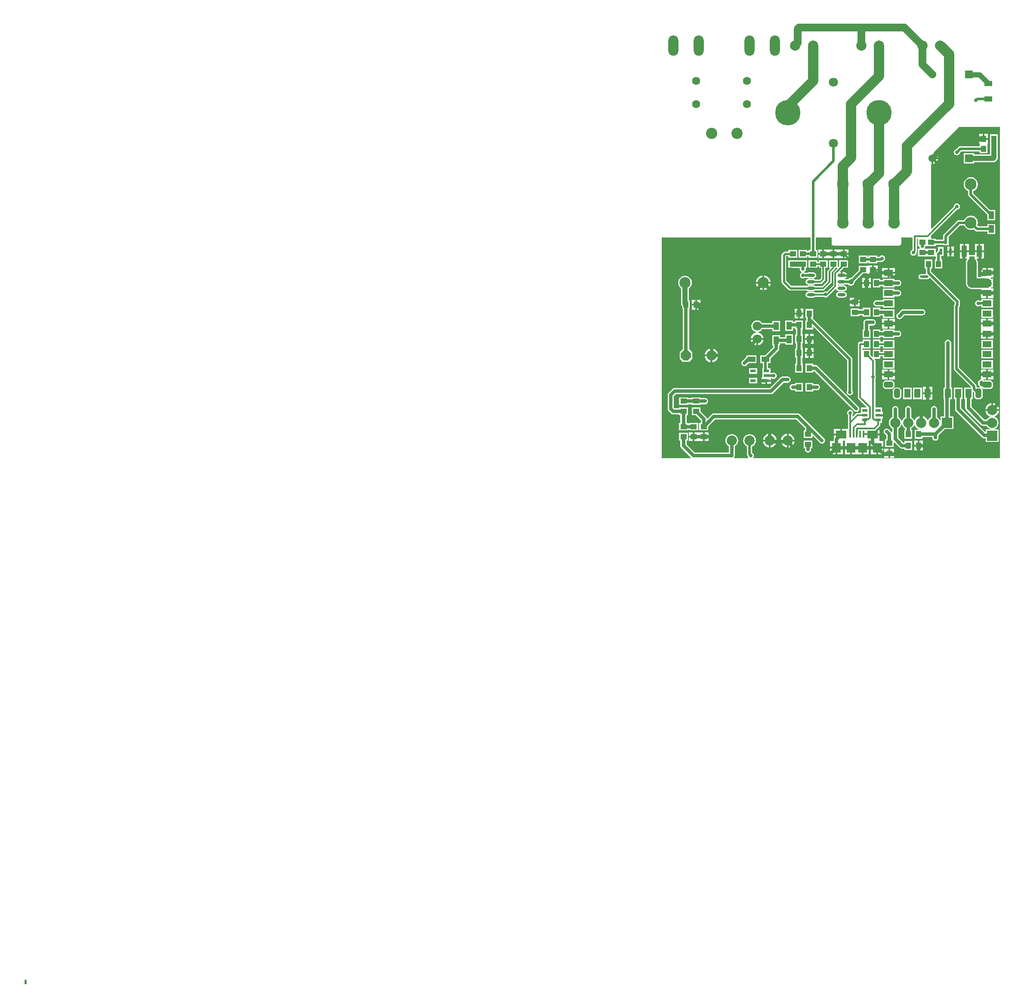
<source format=gtl>
G04 Layer_Physical_Order=1*
G04 Layer_Color=255*
%FSLAX25Y25*%
%MOIN*%
G70*
G01*
G75*
%ADD10R,0.03937X0.04921*%
%ADD11C,0.03937*%
%ADD12R,0.04921X0.03937*%
%ADD13R,0.03937X0.05905*%
%ADD14R,0.05905X0.03937*%
%ADD15R,0.04331X0.02362*%
%ADD16R,0.06890X0.07480*%
%ADD17R,0.07087X0.07480*%
%ADD18R,0.08268X0.06299*%
%ADD19R,0.01575X0.05512*%
%ADD20R,0.02362X0.05118*%
%ADD21O,0.06291X0.02362*%
%ADD22R,0.04134X0.08661*%
%ADD23R,0.03937X0.04134*%
%ADD24R,0.06299X0.03937*%
%ADD25R,0.07087X0.04724*%
G04:AMPARAMS|DCode=26|XSize=47.24mil|YSize=70.87mil|CornerRadius=0mil|HoleSize=0mil|Usage=FLASHONLY|Rotation=270.000|XOffset=0mil|YOffset=0mil|HoleType=Round|Shape=Octagon|*
%AMOCTAGOND26*
4,1,8,0.03543,0.01181,0.03543,-0.01181,0.02362,-0.02362,-0.02362,-0.02362,-0.03543,-0.01181,-0.03543,0.01181,-0.02362,0.02362,0.02362,0.02362,0.03543,0.01181,0.0*
%
%ADD26OCTAGOND26*%

G04:AMPARAMS|DCode=27|XSize=47.24mil|YSize=70.87mil|CornerRadius=0mil|HoleSize=0mil|Usage=FLASHONLY|Rotation=180.000|XOffset=0mil|YOffset=0mil|HoleType=Round|Shape=Octagon|*
%AMOCTAGOND27*
4,1,8,0.01181,-0.03543,-0.01181,-0.03543,-0.02362,-0.02362,-0.02362,0.02362,-0.01181,0.03543,0.01181,0.03543,0.02362,0.02362,0.02362,-0.02362,0.01181,-0.03543,0.0*
%
%ADD27OCTAGOND27*%

%ADD28R,0.04724X0.07087*%
%ADD29C,0.02756*%
%ADD30C,0.01378*%
%ADD31C,0.01968*%
%ADD32C,0.03937*%
%ADD33C,0.07874*%
%ADD34C,0.01575*%
%ADD35C,0.01181*%
%ADD36C,0.07283*%
%ADD37C,0.02028*%
%ADD38C,0.05905*%
%ADD39C,0.02559*%
%ADD40C,0.02362*%
%ADD41C,0.07874*%
%ADD42R,0.07874X0.07874*%
%ADD43R,0.07874X0.07874*%
%ADD44O,0.07874X0.15748*%
%ADD45R,0.06000X0.06000*%
%ADD46C,0.06000*%
%ADD47C,0.19685*%
%ADD48C,0.07087*%
%ADD49C,0.06299*%
%ADD50P,0.08523X8X22.5*%
%ADD51C,0.08661*%
%ADD52C,0.09055*%
%ADD53C,0.02756*%
G36*
X262776Y1003D02*
X72022D01*
X71754Y1503D01*
X72107Y2031D01*
X72290Y2953D01*
X72107Y3875D01*
X71585Y4656D01*
X70905Y5110D01*
Y10268D01*
X71380Y10465D01*
X72408Y11254D01*
X73196Y12282D01*
X73692Y13479D01*
X73861Y14764D01*
X73692Y16048D01*
X73196Y17246D01*
X72408Y18274D01*
X71380Y19062D01*
X70182Y19558D01*
X68898Y19727D01*
X67613Y19558D01*
X66416Y19062D01*
X65388Y18274D01*
X64599Y17246D01*
X64103Y16048D01*
X63934Y14764D01*
X64103Y13479D01*
X64599Y12282D01*
X65388Y11254D01*
X66416Y10465D01*
X66891Y10268D01*
Y3937D01*
X67043Y3169D01*
X67478Y2518D01*
X67580Y2416D01*
X67657Y2031D01*
X68009Y1503D01*
X67742Y1003D01*
X57258D01*
X56991Y1503D01*
X57343Y2031D01*
X57527Y2953D01*
Y10435D01*
X57600Y10465D01*
X58628Y11254D01*
X59417Y12282D01*
X59913Y13479D01*
X60082Y14764D01*
X59913Y16048D01*
X59417Y17246D01*
X58628Y18274D01*
X57600Y19062D01*
X56403Y19558D01*
X55118Y19727D01*
X53833Y19558D01*
X52636Y19062D01*
X51608Y18274D01*
X50819Y17246D01*
X50323Y16048D01*
X50154Y14764D01*
X50323Y13479D01*
X50819Y12282D01*
X51608Y11254D01*
X52636Y10465D01*
X52710Y10435D01*
Y5361D01*
X26588D01*
X20125Y11824D01*
Y14764D01*
X21161D01*
Y20669D01*
X14272D01*
Y14764D01*
X15308D01*
Y10827D01*
X15491Y9905D01*
X16014Y9124D01*
X23634Y1503D01*
X23427Y1003D01*
X1003D01*
Y172244D01*
X116103D01*
Y162402D01*
X114665D01*
Y161456D01*
X113681D01*
Y162402D01*
X106791D01*
Y156496D01*
X113681D01*
Y157442D01*
X114665D01*
Y156496D01*
X121555D01*
Y162402D01*
X120117D01*
Y172244D01*
X132328D01*
X132517Y171892D01*
X132550Y171744D01*
X132453Y171260D01*
Y167323D01*
X132560Y166785D01*
X132865Y166329D01*
X133321Y166025D01*
X133858Y165918D01*
X185039D01*
X185577Y166025D01*
X186033Y166329D01*
X186337Y166785D01*
X186444Y167323D01*
Y171260D01*
X186348Y171744D01*
X186381Y171892D01*
X186569Y172244D01*
X195144D01*
Y162698D01*
X194945Y162658D01*
X194163Y162136D01*
X193641Y161355D01*
X193458Y160433D01*
X193641Y159511D01*
X194163Y158730D01*
X194945Y158208D01*
X195866Y158025D01*
X196788Y158208D01*
X197569Y158730D01*
X198091Y159511D01*
X198275Y160433D01*
X198259Y160513D01*
X198426Y160765D01*
X198556Y161417D01*
Y171235D01*
X198848Y171349D01*
X199311Y171035D01*
Y165354D01*
X200347D01*
X200347Y165354D01*
X200531Y164433D01*
X200896Y163886D01*
X200629Y163386D01*
X199311D01*
Y157480D01*
X212847D01*
X213090Y157480D01*
X213347Y157087D01*
Y155020D01*
X212402D01*
Y148130D01*
X218307D01*
Y155020D01*
X217361D01*
Y157677D01*
X219291D01*
Y164764D01*
X214961D01*
Y161893D01*
X213935Y160868D01*
X213591Y160352D01*
X213090Y160504D01*
Y163386D01*
X204883D01*
X204616Y163886D01*
X204981Y164433D01*
X205164Y165354D01*
X205164Y165354D01*
X213090D01*
Y166300D01*
X218701D01*
Y165945D01*
X223031D01*
Y172555D01*
X232013Y181536D01*
X235180D01*
X235500Y180764D01*
X236384Y179612D01*
X237535Y178729D01*
X238876Y178173D01*
X240315Y177984D01*
X241754Y178173D01*
X242527Y178493D01*
X243797Y177223D01*
X244448Y176787D01*
X245216Y176635D01*
X253248D01*
Y174705D01*
X259154D01*
Y182579D01*
X253248D01*
Y180649D01*
X246048D01*
X245365Y181332D01*
X245685Y182104D01*
X245874Y183543D01*
X245685Y184982D01*
X245129Y186323D01*
X244246Y187474D01*
X243095Y188358D01*
X241754Y188913D01*
X240315Y189103D01*
X238876Y188913D01*
X237535Y188358D01*
X236384Y187474D01*
X235500Y186323D01*
X235180Y185550D01*
X231181D01*
X230413Y185398D01*
X229762Y184962D01*
X219447Y174648D01*
X219012Y173996D01*
X218859Y173228D01*
Y173031D01*
X218701D01*
Y170314D01*
X213090D01*
Y171260D01*
X209646D01*
X209646Y171260D01*
Y173768D01*
X229533Y193656D01*
X230449Y193838D01*
X231231Y194360D01*
X231753Y195141D01*
X231936Y196063D01*
X231753Y196985D01*
X231231Y197766D01*
X230449Y198288D01*
X229528Y198471D01*
X228606Y198288D01*
X227824Y197766D01*
X227302Y196985D01*
X227120Y196068D01*
X210108Y179056D01*
X209646Y179247D01*
Y228773D01*
X209745Y228860D01*
Y233464D01*
X210434D01*
Y234153D01*
X214759D01*
X214699Y234607D01*
X214258Y235672D01*
X213556Y236587D01*
X212641Y237288D01*
X211778Y237646D01*
X211617Y238191D01*
X231299Y257874D01*
X262776D01*
Y1003D01*
D02*
G37*
%LPC*%
G36*
X74803Y70866D02*
X68504D01*
Y66535D01*
X74803D01*
Y70866D01*
D02*
G37*
G36*
X257874Y65256D02*
X253642D01*
Y62205D01*
X257874D01*
Y65256D01*
D02*
G37*
G36*
X175886Y65256D02*
X171653D01*
Y62205D01*
X175886D01*
Y65256D01*
D02*
G37*
G36*
X181496D02*
X177264D01*
Y62205D01*
X181496D01*
Y65256D01*
D02*
G37*
G36*
X175886Y69685D02*
X171653D01*
Y66634D01*
X175886D01*
Y69685D01*
D02*
G37*
G36*
X181102Y77165D02*
X172047D01*
Y70472D01*
X181102D01*
Y77165D01*
D02*
G37*
G36*
X257480D02*
X248425D01*
Y70472D01*
X257480D01*
Y77165D01*
D02*
G37*
G36*
X257874Y69685D02*
X253642D01*
Y66634D01*
X257874D01*
Y69685D01*
D02*
G37*
G36*
X181496D02*
X177264D01*
Y66634D01*
X181496D01*
Y69685D01*
D02*
G37*
G36*
X252264D02*
X248031D01*
Y66634D01*
X252264D01*
Y69685D01*
D02*
G37*
G36*
X210630Y56299D02*
X207579D01*
Y52067D01*
X210630D01*
Y56299D01*
D02*
G37*
G36*
X110236Y59547D02*
X104331D01*
Y58511D01*
X102362D01*
X101441Y58328D01*
X100659Y57805D01*
X100137Y57024D01*
X99954Y56102D01*
X100137Y55181D01*
X100659Y54399D01*
X101441Y53877D01*
X102362Y53694D01*
X104331D01*
Y52658D01*
X110236D01*
Y59547D01*
D02*
G37*
G36*
X206201Y56299D02*
X203150D01*
Y52067D01*
X206201D01*
Y56299D01*
D02*
G37*
G36*
X31004Y48228D02*
X24114D01*
Y47684D01*
X21161D01*
Y48228D01*
X14272D01*
Y42323D01*
X21161D01*
Y42867D01*
X24114D01*
Y42323D01*
X31004D01*
Y42867D01*
X34449D01*
X35370Y43050D01*
X36152Y43573D01*
X36674Y44354D01*
X36857Y45276D01*
X36674Y46197D01*
X36152Y46979D01*
X35370Y47501D01*
X34449Y47684D01*
X31004D01*
Y48228D01*
D02*
G37*
G36*
X118110Y116634D02*
X112205D01*
Y109744D01*
X112749D01*
Y107776D01*
X112205D01*
Y100886D01*
X118110D01*
Y102807D01*
X118572Y102999D01*
X144647Y76925D01*
Y53413D01*
X144428Y53087D01*
X144245Y52165D01*
X144428Y51244D01*
X144950Y50462D01*
X145732Y49940D01*
X146653Y49757D01*
X147575Y49940D01*
X148357Y50462D01*
X148879Y51244D01*
X149062Y52165D01*
X148879Y53087D01*
X148661Y53413D01*
Y77756D01*
X148508Y78524D01*
X148073Y79175D01*
X118004Y109244D01*
X118110Y109744D01*
X118110D01*
Y116634D01*
D02*
G37*
G36*
X85433Y60532D02*
X82579D01*
Y58661D01*
X85433D01*
Y60532D01*
D02*
G37*
G36*
X74803Y63386D02*
X68504D01*
Y59055D01*
X74803D01*
Y63386D01*
D02*
G37*
G36*
X81201Y60532D02*
X78347D01*
Y58661D01*
X81201D01*
Y60532D01*
D02*
G37*
G36*
X118110Y59547D02*
X112205D01*
Y52658D01*
X118110D01*
Y53694D01*
X121063D01*
X121985Y53877D01*
X122766Y54399D01*
X123288Y55181D01*
X123471Y56102D01*
X123288Y57024D01*
X122766Y57805D01*
X121985Y58328D01*
X121063Y58511D01*
X118110D01*
Y59547D01*
D02*
G37*
G36*
X179429Y61417D02*
X173721D01*
X172047Y59744D01*
Y56398D01*
X173721Y54724D01*
X179429D01*
X181102Y56398D01*
Y59744D01*
X179429Y61417D01*
D02*
G37*
G36*
X257480Y92913D02*
X248425D01*
Y86221D01*
X257480D01*
Y92913D01*
D02*
G37*
G36*
X79676Y92815D02*
X75492D01*
Y88631D01*
X76088Y88709D01*
X77285Y89205D01*
X78313Y89994D01*
X79102Y91022D01*
X79598Y92219D01*
X79676Y92815D01*
D02*
G37*
G36*
X170276Y93012D02*
X164370D01*
Y86122D01*
X170276D01*
Y87861D01*
X172047D01*
Y86221D01*
X181102D01*
Y92913D01*
X172047D01*
Y91273D01*
X170276D01*
Y93012D01*
D02*
G37*
G36*
X114469Y86516D02*
X111811D01*
Y83366D01*
X114469D01*
Y86516D01*
D02*
G37*
G36*
X118504D02*
X115846D01*
Y83366D01*
X118504D01*
Y86516D01*
D02*
G37*
G36*
X252264Y96752D02*
X248031D01*
Y93701D01*
X252264D01*
Y96752D01*
D02*
G37*
G36*
X257874D02*
X253642D01*
Y93701D01*
X257874D01*
Y96752D01*
D02*
G37*
G36*
X118504Y92815D02*
X115846D01*
Y89665D01*
X118504D01*
Y92815D01*
D02*
G37*
G36*
X74114Y92815D02*
X69930D01*
X70009Y92219D01*
X70504Y91022D01*
X71293Y89994D01*
X72321Y89205D01*
X73518Y88709D01*
X74114Y88631D01*
Y92815D01*
D02*
G37*
G36*
X114469Y92815D02*
X111811D01*
Y89665D01*
X114469D01*
Y92815D01*
D02*
G37*
G36*
X18898Y142369D02*
X17510Y142186D01*
X16217Y141650D01*
X15107Y140798D01*
X14255Y139688D01*
X13720Y138395D01*
X13537Y137008D01*
X13720Y135620D01*
X14255Y134327D01*
X15107Y133217D01*
X15919Y132594D01*
Y120866D01*
X16021Y120095D01*
X16318Y119377D01*
X16732Y118838D01*
Y116634D01*
X17277D01*
Y85630D01*
X17224D01*
X14764Y83169D01*
Y78248D01*
X17224Y75787D01*
X22146D01*
X24606Y78248D01*
Y83169D01*
X22146Y85630D01*
X22094D01*
Y116634D01*
X22638D01*
Y119885D01*
X22663Y120079D01*
X22638Y120272D01*
Y123524D01*
X21876D01*
Y132594D01*
X22688Y133217D01*
X23540Y134327D01*
X24076Y135620D01*
X24259Y137008D01*
X24076Y138395D01*
X23540Y139688D01*
X22688Y140798D01*
X21578Y141650D01*
X20285Y142186D01*
X18898Y142369D01*
D02*
G37*
G36*
X162402Y93012D02*
X156496D01*
Y91273D01*
X154528D01*
X153875Y91143D01*
X153321Y90773D01*
X152951Y90220D01*
X152822Y89567D01*
Y48228D01*
X152951Y47576D01*
X153321Y47022D01*
X159527Y40816D01*
X159336Y40354D01*
X155118D01*
Y36155D01*
X152559D01*
X151906Y36025D01*
X151353Y35655D01*
X149018Y33321D01*
X148556Y33512D01*
Y34522D01*
X149075Y35299D01*
X149259Y36220D01*
X149075Y37142D01*
X148553Y37923D01*
X147772Y38446D01*
X146850Y38629D01*
X145929Y38446D01*
X145147Y37923D01*
X144625Y37142D01*
X144442Y36220D01*
X144625Y35299D01*
X145144Y34522D01*
Y28740D01*
Y23819D01*
X140453D01*
Y19291D01*
X139764D01*
Y18602D01*
X134252D01*
Y14870D01*
X134252Y14764D01*
X133995Y14370D01*
X131299D01*
Y9941D01*
X141142D01*
Y14264D01*
X141142Y14370D01*
X141398Y14764D01*
X142460D01*
X142717Y14370D01*
X142717Y14264D01*
Y9941D01*
X147539D01*
Y9252D01*
X148228D01*
Y4134D01*
X155709D01*
Y9252D01*
X156398D01*
Y9941D01*
X161221D01*
Y14264D01*
X161221Y14370D01*
X161477Y14764D01*
X162539D01*
X162795Y14370D01*
X162795Y14264D01*
Y9941D01*
X172638D01*
Y14370D01*
X169942D01*
X169685Y14764D01*
X169685Y14870D01*
Y18602D01*
X164173D01*
Y19980D01*
X169685D01*
Y23819D01*
X168287D01*
X168096Y24281D01*
X169710Y25896D01*
X170080Y26449D01*
X170210Y27102D01*
Y28543D01*
X171653D01*
Y31890D01*
X172047D01*
Y33760D01*
X168504D01*
Y35138D01*
X172047D01*
Y37008D01*
X171653D01*
Y40354D01*
X166371D01*
Y62720D01*
X166595Y63055D01*
X166779Y63976D01*
X166595Y64898D01*
X166371Y65233D01*
Y76476D01*
X166242Y77129D01*
X165872Y77683D01*
X165768Y77786D01*
X165960Y78248D01*
X170276D01*
Y79987D01*
X172047D01*
Y78347D01*
X181102D01*
Y85039D01*
X172047D01*
Y83399D01*
X170276D01*
Y85138D01*
X164370D01*
Y79838D01*
X163908Y79646D01*
X162402Y81153D01*
Y85138D01*
X156496D01*
X156234Y85529D01*
Y85731D01*
X156496Y86122D01*
X162402D01*
Y93012D01*
D02*
G37*
G36*
X44640Y80020D02*
X40059D01*
Y75438D01*
X40758Y75530D01*
X42050Y76066D01*
X43161Y76918D01*
X44013Y78028D01*
X44548Y79321D01*
X44640Y80020D01*
D02*
G37*
G36*
X74311Y80709D02*
X66437D01*
Y79610D01*
X66210Y79459D01*
X63258Y76506D01*
X62735Y75725D01*
X62552Y74803D01*
X62735Y73882D01*
X63258Y73100D01*
X64039Y72578D01*
X64961Y72395D01*
X65882Y72578D01*
X66664Y73100D01*
X68367Y74803D01*
X74311D01*
Y80709D01*
D02*
G37*
G36*
X38681Y80020D02*
X34100D01*
X34192Y79321D01*
X34727Y78028D01*
X35579Y76918D01*
X36690Y76066D01*
X37983Y75530D01*
X38681Y75438D01*
Y80020D01*
D02*
G37*
G36*
Y85979D02*
X37983Y85887D01*
X36690Y85351D01*
X35579Y84499D01*
X34727Y83389D01*
X34192Y82096D01*
X34100Y81398D01*
X38681D01*
Y85979D01*
D02*
G37*
G36*
X40059D02*
Y81398D01*
X44640D01*
X44548Y82096D01*
X44013Y83389D01*
X43161Y84499D01*
X42050Y85351D01*
X40758Y85887D01*
X40059Y85979D01*
D02*
G37*
G36*
X118504Y81988D02*
X115846D01*
Y78839D01*
X118504D01*
Y81988D01*
D02*
G37*
G36*
X257480Y85039D02*
X248425D01*
Y78347D01*
X257480D01*
Y85039D01*
D02*
G37*
G36*
X114469Y81988D02*
X111811D01*
Y78839D01*
X114469D01*
Y81988D01*
D02*
G37*
G36*
X202362Y55905D02*
X195669D01*
Y46850D01*
X202362D01*
Y55905D01*
D02*
G37*
G36*
X83957Y14075D02*
X79376D01*
X79467Y13376D01*
X80003Y12083D01*
X80855Y10973D01*
X81965Y10121D01*
X83258Y9586D01*
X83957Y9494D01*
Y14075D01*
D02*
G37*
G36*
X89916D02*
X85335D01*
Y9494D01*
X86033Y9586D01*
X87326Y10121D01*
X88436Y10973D01*
X89288Y12083D01*
X89824Y13376D01*
X89916Y14075D01*
D02*
G37*
G36*
X203150Y10138D02*
X200492D01*
Y6988D01*
X203150D01*
Y10138D01*
D02*
G37*
G36*
X181004Y8268D02*
X177854D01*
Y5610D01*
X181004D01*
Y8268D01*
D02*
G37*
G36*
X199114Y10138D02*
X196457D01*
Y6988D01*
X199114D01*
Y10138D01*
D02*
G37*
G36*
X203150Y14665D02*
X200492D01*
Y11516D01*
X203150D01*
Y14665D01*
D02*
G37*
G36*
X31004Y40354D02*
X24114D01*
Y34449D01*
X27106D01*
X31056Y30498D01*
Y28543D01*
X30020D01*
Y22638D01*
X36909D01*
Y25629D01*
X42336Y31056D01*
X105302D01*
X111765Y24593D01*
Y22638D01*
X110728D01*
Y16732D01*
X117618D01*
Y18086D01*
X118080Y18278D01*
X123297Y13061D01*
X124078Y12539D01*
X125000Y12355D01*
X125922Y12539D01*
X126703Y13061D01*
X127225Y13842D01*
X127409Y14764D01*
X127225Y15686D01*
X126703Y16467D01*
X115876Y27294D01*
X115876Y27294D01*
X108002Y35168D01*
X107221Y35690D01*
X106299Y35873D01*
X41339D01*
X40417Y35690D01*
X39636Y35168D01*
X36313Y31845D01*
X35771Y32010D01*
X35690Y32418D01*
X35168Y33199D01*
X31004Y37363D01*
Y40354D01*
D02*
G37*
G36*
X199114Y14665D02*
X196457D01*
Y11516D01*
X199114D01*
Y14665D01*
D02*
G37*
G36*
X97736Y14075D02*
X93155D01*
X93247Y13376D01*
X93783Y12083D01*
X94634Y10973D01*
X95745Y10121D01*
X97038Y9586D01*
X97736Y9494D01*
Y14075D01*
D02*
G37*
G36*
X103695D02*
X99114D01*
Y9494D01*
X99813Y9586D01*
X101106Y10121D01*
X102216Y10973D01*
X103068Y12083D01*
X103603Y13376D01*
X103695Y14075D01*
D02*
G37*
G36*
X141142Y8563D02*
X136909D01*
Y4134D01*
X141142D01*
Y8563D01*
D02*
G37*
G36*
X146850D02*
X142717D01*
Y4134D01*
X146850D01*
Y8563D01*
D02*
G37*
G36*
X135531D02*
X131299D01*
Y4134D01*
X135531D01*
Y8563D01*
D02*
G37*
G36*
X176476Y4232D02*
X173327D01*
Y1575D01*
X176476D01*
Y4232D01*
D02*
G37*
G36*
X181004D02*
X177854D01*
Y1575D01*
X181004D01*
Y4232D01*
D02*
G37*
G36*
X117618Y14764D02*
X110728D01*
Y8858D01*
X111765D01*
Y7874D01*
X111948Y6952D01*
X112470Y6171D01*
X113251Y5649D01*
X114173Y5466D01*
X115095Y5649D01*
X115876Y6171D01*
X116398Y6952D01*
X116582Y7874D01*
Y8858D01*
X117618D01*
Y14764D01*
D02*
G37*
G36*
X176476Y8268D02*
X173327D01*
Y5610D01*
X176476D01*
Y8268D01*
D02*
G37*
G36*
X172638Y8563D02*
X168405D01*
Y4134D01*
X172638D01*
Y8563D01*
D02*
G37*
G36*
X161221D02*
X157087D01*
Y4134D01*
X161221D01*
Y8563D01*
D02*
G37*
G36*
X167028D02*
X162795D01*
Y4134D01*
X167028D01*
Y8563D01*
D02*
G37*
G36*
X118110Y74311D02*
X112205D01*
Y67421D01*
X118110D01*
Y68458D01*
X119081D01*
X149872Y37667D01*
X150653Y37145D01*
X151575Y36962D01*
X152497Y37145D01*
X153278Y37667D01*
X153800Y38448D01*
X153983Y39370D01*
X153800Y40292D01*
X153278Y41073D01*
X121782Y72569D01*
X121000Y73091D01*
X120079Y73275D01*
X118110D01*
Y74311D01*
D02*
G37*
G36*
X256201Y43813D02*
X255502Y43722D01*
X254209Y43186D01*
X253099Y42334D01*
X252247Y41224D01*
X251712Y39931D01*
X251620Y39232D01*
X256201D01*
Y43813D01*
D02*
G37*
G36*
X222441Y92960D02*
X221519Y92776D01*
X220738Y92254D01*
X220216Y91473D01*
X220033Y90551D01*
X220216Y89630D01*
X220229Y89609D01*
Y55905D01*
X219291D01*
Y46850D01*
X219363D01*
Y33465D01*
X216850D01*
Y30449D01*
X216350Y30349D01*
X216070Y31025D01*
X215282Y32053D01*
X214253Y32842D01*
X214180Y32872D01*
Y39213D01*
X213997Y40134D01*
X213475Y40916D01*
X212693Y41438D01*
X211772Y41621D01*
X210850Y41438D01*
X210069Y40916D01*
X209546Y40134D01*
X209363Y39213D01*
Y32872D01*
X209290Y32842D01*
X208262Y32053D01*
X207473Y31025D01*
X207255Y30500D01*
X206714D01*
X206414Y31224D01*
X205562Y32334D01*
X204452Y33186D01*
X203159Y33722D01*
X202461Y33813D01*
Y28543D01*
X201083D01*
Y33813D01*
X200384Y33722D01*
X199091Y33186D01*
X197981Y32334D01*
X197129Y31224D01*
X196829Y30500D01*
X196288D01*
X196070Y31025D01*
X195282Y32053D01*
X194254Y32842D01*
X194180Y32872D01*
Y39213D01*
X193997Y40134D01*
X193475Y40916D01*
X192693Y41438D01*
X191772Y41621D01*
X190850Y41438D01*
X190069Y40916D01*
X189547Y40134D01*
X189363Y39213D01*
Y32872D01*
X189290Y32842D01*
X188262Y32053D01*
X187473Y31025D01*
X187028Y29952D01*
X187028Y29952D01*
X186516D01*
X186515Y29952D01*
X186070Y31025D01*
X185282Y32053D01*
X184254Y32842D01*
X184180Y32872D01*
Y39055D01*
X183997Y39977D01*
X183475Y40758D01*
X182693Y41280D01*
X181772Y41464D01*
X180850Y41280D01*
X180069Y40758D01*
X179546Y39977D01*
X179363Y39055D01*
Y32872D01*
X179290Y32842D01*
X178262Y32053D01*
X177473Y31025D01*
X176977Y29828D01*
X176808Y28543D01*
X176977Y27259D01*
X177473Y26061D01*
X178262Y25033D01*
X179290Y24245D01*
X179363Y24214D01*
Y21509D01*
X178989Y21395D01*
X178863Y21393D01*
X176900Y23357D01*
X176119Y23879D01*
X175197Y24062D01*
X174275Y23879D01*
X173494Y23357D01*
X172972Y22575D01*
X172788Y21654D01*
X172972Y20732D01*
X173494Y19951D01*
X174757Y18687D01*
Y15748D01*
X173721D01*
Y9843D01*
X180610D01*
Y13165D01*
X181072Y13356D01*
X185305Y9124D01*
X186086Y8602D01*
X187008Y8418D01*
X188976D01*
Y7382D01*
X194882D01*
Y14272D01*
X188976D01*
Y13235D01*
X188005D01*
X184180Y17061D01*
Y24214D01*
X184254Y24245D01*
X185282Y25033D01*
X186070Y26061D01*
X186515Y27135D01*
X186516Y27135D01*
X187028D01*
X187028Y27135D01*
X187473Y26061D01*
X188262Y25033D01*
X189290Y24245D01*
X189521Y24149D01*
Y23130D01*
X188976D01*
Y16240D01*
X194882D01*
Y23130D01*
X194338D01*
Y24309D01*
X195282Y25033D01*
X196070Y26061D01*
X196288Y26587D01*
X196829D01*
X197129Y25863D01*
X197981Y24753D01*
X199091Y23901D01*
X199745Y23630D01*
X199645Y23130D01*
X196850D01*
Y16240D01*
X202756D01*
Y17277D01*
X210505D01*
Y17047D01*
X210688Y16126D01*
X211210Y15344D01*
X211992Y14822D01*
X212913Y14639D01*
X213835Y14822D01*
X214616Y15344D01*
X215139Y16126D01*
X215322Y17047D01*
Y18687D01*
X220256Y23622D01*
X226693D01*
Y33465D01*
X224180D01*
Y46850D01*
X225984D01*
Y55905D01*
X225046D01*
Y90354D01*
X224863Y91276D01*
X224341Y92057D01*
X224223Y92136D01*
X224144Y92254D01*
X223363Y92776D01*
X222441Y92960D01*
D02*
G37*
G36*
X210433Y155020D02*
X204528D01*
Y148130D01*
X205473D01*
Y144882D01*
X205601Y144239D01*
X205321Y143739D01*
X201772D01*
X201004Y143587D01*
X200352Y143151D01*
X199917Y142500D01*
X199765Y141732D01*
X199917Y140964D01*
X200352Y140313D01*
X201004Y139878D01*
X201772Y139725D01*
X206454D01*
X207222Y139878D01*
X207873Y140313D01*
X208126Y140691D01*
X208743Y140781D01*
X227992Y121532D01*
Y120749D01*
X227715Y120472D01*
X227280Y119821D01*
X227127Y119053D01*
Y70472D01*
X227280Y69704D01*
X227715Y69053D01*
X240362Y56406D01*
X240155Y55905D01*
X235039D01*
Y46850D01*
X235977D01*
Y40157D01*
X236161Y39236D01*
X236683Y38454D01*
X248297Y26840D01*
X249078Y26318D01*
X250000Y26135D01*
X252561D01*
X252591Y26061D01*
X253380Y25033D01*
X254408Y24245D01*
X255084Y23965D01*
X254984Y23465D01*
X251969D01*
Y21776D01*
X251507Y21585D01*
X232920Y40171D01*
Y46850D01*
X233858D01*
Y55905D01*
X227165D01*
Y46850D01*
X228103D01*
Y39173D01*
X228287Y38252D01*
X228809Y37470D01*
X249281Y16998D01*
X250063Y16476D01*
X250984Y16292D01*
X251969D01*
Y13622D01*
X261811D01*
Y23465D01*
X258795D01*
X258696Y23965D01*
X259372Y24245D01*
X260400Y25033D01*
X261189Y26061D01*
X261684Y27259D01*
X261854Y28543D01*
X261684Y29828D01*
X261189Y31025D01*
X260400Y32053D01*
X259372Y32842D01*
X258846Y33060D01*
Y33601D01*
X259570Y33901D01*
X260680Y34753D01*
X261532Y35863D01*
X262068Y37156D01*
X262160Y37854D01*
X256890D01*
X251620D01*
X251712Y37156D01*
X252247Y35863D01*
X253099Y34753D01*
X254209Y33901D01*
X254933Y33601D01*
Y33060D01*
X254408Y32842D01*
X253380Y32053D01*
X252591Y31025D01*
X252561Y30952D01*
X250998D01*
X240794Y41155D01*
Y46850D01*
X241732D01*
Y52414D01*
X242194Y52605D01*
X242913Y51886D01*
Y48524D01*
X244587Y46850D01*
X247933D01*
X249606Y48524D01*
Y54232D01*
X248850Y54988D01*
X249041Y55505D01*
X249298Y55525D01*
X250098Y54724D01*
X255807D01*
X257480Y56398D01*
Y59744D01*
X255807Y61417D01*
X250252D01*
X249971Y61734D01*
X250130Y62205D01*
X252264D01*
Y65256D01*
X248031D01*
Y62205D01*
X248031Y62205D01*
X247585Y62084D01*
X247503Y62068D01*
X246722Y61546D01*
X246200Y60764D01*
X246017Y59842D01*
Y58661D01*
X246200Y57740D01*
X246722Y56958D01*
X247275Y56406D01*
X247258Y56246D01*
X247105Y55905D01*
X244724D01*
Y56890D01*
X244571Y57658D01*
X244136Y58309D01*
X231141Y71304D01*
Y118221D01*
X231418Y118498D01*
X231853Y119149D01*
X232006Y119917D01*
Y122363D01*
X231853Y123132D01*
X231418Y123783D01*
X209487Y145713D01*
Y148130D01*
X210433D01*
Y155020D01*
D02*
G37*
G36*
X98425Y64416D02*
X94488D01*
X93567Y64233D01*
X92785Y63711D01*
X84632Y55558D01*
X10827D01*
X9905Y55375D01*
X9124Y54853D01*
X6171Y51900D01*
X5649Y51118D01*
X5466Y50197D01*
Y39370D01*
X5649Y38448D01*
X6171Y37667D01*
X8140Y35699D01*
X8921Y35176D01*
X9843Y34993D01*
X14272D01*
Y34449D01*
X15308D01*
Y28543D01*
X14272D01*
Y22638D01*
X21161D01*
Y23182D01*
X22146D01*
Y22638D01*
X29035D01*
Y28543D01*
X22146D01*
Y27999D01*
X21161D01*
Y28543D01*
X20125D01*
Y34449D01*
X21161D01*
Y40354D01*
X14272D01*
Y39810D01*
X10840D01*
X10283Y40368D01*
Y49199D01*
X11824Y50741D01*
X85630D01*
X86552Y50924D01*
X87333Y51447D01*
X95486Y59599D01*
X98425D01*
X99347Y59783D01*
X100128Y60305D01*
X100650Y61086D01*
X100834Y62008D01*
X100650Y62930D01*
X100128Y63711D01*
X99347Y64233D01*
X98425Y64416D01*
D02*
G37*
G36*
X184941Y55905D02*
X181595D01*
X179921Y54232D01*
Y48524D01*
X181595Y46850D01*
X184941D01*
X186614Y48524D01*
Y54232D01*
X184941Y55905D01*
D02*
G37*
G36*
X194488D02*
X187795D01*
Y46850D01*
X194488D01*
Y55905D01*
D02*
G37*
G36*
X210630Y50689D02*
X207579D01*
Y46457D01*
X210630D01*
Y50689D01*
D02*
G37*
G36*
X257579Y43813D02*
Y39232D01*
X262160D01*
X262068Y39931D01*
X261532Y41224D01*
X260680Y42334D01*
X259570Y43186D01*
X258277Y43722D01*
X257579Y43813D01*
D02*
G37*
G36*
X206201Y50689D02*
X203150D01*
Y46457D01*
X206201D01*
Y50689D01*
D02*
G37*
G36*
X83957Y20034D02*
X83258Y19942D01*
X81965Y19406D01*
X80855Y18554D01*
X80003Y17444D01*
X79467Y16151D01*
X79376Y15453D01*
X83957D01*
Y20034D01*
D02*
G37*
G36*
X85335D02*
Y15453D01*
X89916D01*
X89824Y16151D01*
X89288Y17444D01*
X88436Y18554D01*
X87326Y19406D01*
X86033Y19942D01*
X85335Y20034D01*
D02*
G37*
G36*
X37303Y17028D02*
X34154D01*
Y14370D01*
X37303D01*
Y17028D01*
D02*
G37*
G36*
X29626Y21063D02*
X29126Y21063D01*
X26280D01*
Y17717D01*
Y14370D01*
X29126D01*
X29429Y14370D01*
X29929Y14370D01*
X32776D01*
Y17717D01*
Y21063D01*
X29929D01*
X29626Y21063D01*
D02*
G37*
G36*
X24902Y17028D02*
X21752D01*
Y14370D01*
X24902D01*
Y17028D01*
D02*
G37*
G36*
X34154Y21063D02*
Y18406D01*
X37303D01*
Y21063D01*
X34154D01*
D02*
G37*
G36*
X139075Y23819D02*
X134252D01*
Y19980D01*
X139075D01*
Y23819D01*
D02*
G37*
G36*
X24902Y21063D02*
X21752D01*
Y18406D01*
X24902D01*
Y21063D01*
D02*
G37*
G36*
X97736Y20034D02*
X97038Y19942D01*
X95745Y19406D01*
X94634Y18554D01*
X93783Y17444D01*
X93247Y16151D01*
X93155Y15453D01*
X97736D01*
Y20034D01*
D02*
G37*
G36*
X99114D02*
Y15453D01*
X103695D01*
X103603Y16151D01*
X103068Y17444D01*
X102216Y18554D01*
X101106Y19406D01*
X99813Y19942D01*
X99114Y20034D01*
D02*
G37*
G36*
X257874Y148425D02*
X253642D01*
Y145374D01*
X257874D01*
Y148425D01*
D02*
G37*
G36*
X168307Y150591D02*
X165157D01*
Y147933D01*
X168307D01*
Y150591D01*
D02*
G37*
G36*
X252264Y148425D02*
X248031D01*
Y145374D01*
X252264D01*
Y148425D01*
D02*
G37*
G36*
X175886D02*
X171653D01*
Y145374D01*
X175886D01*
Y148425D01*
D02*
G37*
G36*
X181496D02*
X177264D01*
Y145374D01*
X181496D01*
Y148425D01*
D02*
G37*
G36*
X125295Y158760D02*
X122146D01*
Y156102D01*
X125295D01*
Y158760D01*
D02*
G37*
G36*
X130020Y162795D02*
X129520Y162795D01*
X126673D01*
Y159449D01*
Y156102D01*
X129520D01*
X129823Y156102D01*
X130323Y156102D01*
X133169D01*
Y159449D01*
Y162795D01*
X130323D01*
X130020Y162795D01*
D02*
G37*
G36*
X250394Y160728D02*
X247638D01*
Y155709D01*
X250394D01*
Y160728D01*
D02*
G37*
G36*
X129429Y154527D02*
X122539D01*
Y153180D01*
X121555D01*
Y154527D01*
X114665D01*
Y148622D01*
X121555D01*
Y149969D01*
X122539D01*
Y148622D01*
X124379D01*
Y140429D01*
X123292Y139342D01*
X119896D01*
X119246Y139776D01*
X118402Y139944D01*
X114473D01*
X113628Y139776D01*
X112911Y139297D01*
X112433Y138581D01*
X112265Y137736D01*
X112433Y136891D01*
X112911Y136175D01*
X113628Y135696D01*
X114473Y135528D01*
X118402D01*
X119246Y135696D01*
X119896Y136131D01*
X123957D01*
X123957Y136131D01*
X124571Y136253D01*
X125092Y136601D01*
X127120Y138628D01*
X127120Y138628D01*
X127468Y139149D01*
X127590Y139764D01*
Y148622D01*
X129429D01*
Y154527D01*
D02*
G37*
G36*
X234646Y160728D02*
X231890D01*
Y155709D01*
X234646D01*
Y160728D01*
D02*
G37*
G36*
X78839Y142675D02*
X78037Y142570D01*
X76649Y141994D01*
X75456Y141079D01*
X74541Y139887D01*
X73966Y138498D01*
X73860Y137697D01*
X78839D01*
Y142675D01*
D02*
G37*
G36*
X80216Y142675D02*
Y137697D01*
X85195D01*
X85089Y138498D01*
X84514Y139887D01*
X83599Y141079D01*
X82407Y141994D01*
X81018Y142570D01*
X80216Y142675D01*
D02*
G37*
G36*
X162795Y140650D02*
X160138D01*
Y137500D01*
X162795D01*
Y140650D01*
D02*
G37*
G36*
X170276Y140256D02*
X164370D01*
Y133366D01*
X170276D01*
Y134403D01*
X172047D01*
Y133465D01*
X181102D01*
Y134403D01*
X184055D01*
X184977Y134586D01*
X185758Y135108D01*
X186280Y135889D01*
X186464Y136811D01*
X186280Y137733D01*
X185758Y138514D01*
X184977Y139036D01*
X184055Y139219D01*
X181102D01*
Y140157D01*
X172047D01*
Y139219D01*
X170276D01*
Y140256D01*
D02*
G37*
G36*
X158760Y140650D02*
X156102D01*
Y137500D01*
X158760D01*
Y140650D01*
D02*
G37*
G36*
X142024Y145317D02*
X140748D01*
Y143425D01*
X144508D01*
X144259Y144027D01*
X143849Y144561D01*
X143314Y144972D01*
X142692Y145229D01*
X142024Y145317D01*
D02*
G37*
G36*
X168307Y146555D02*
X165157D01*
Y143898D01*
X168307D01*
Y146555D01*
D02*
G37*
G36*
X181496Y143996D02*
X177264D01*
Y140945D01*
X181496D01*
Y143996D01*
D02*
G37*
G36*
X110236Y154553D02*
X102362D01*
X102169Y154527D01*
X98917D01*
Y148622D01*
X102169D01*
X102362Y148597D01*
X107509D01*
X107919Y148097D01*
X107828Y147638D01*
X108011Y146716D01*
X108533Y145935D01*
X109252Y145455D01*
X109293Y145207D01*
X109262Y144913D01*
X108553Y144439D01*
X108031Y143658D01*
X107847Y142736D01*
X108031Y141814D01*
X108553Y141033D01*
X109334Y140511D01*
X110256Y140328D01*
X111178Y140511D01*
X111504Y140729D01*
X113579D01*
X113628Y140697D01*
X114473Y140528D01*
X118402D01*
X119246Y140697D01*
X119963Y141175D01*
X120441Y141891D01*
X120609Y142736D01*
X120441Y143581D01*
X119963Y144297D01*
X119246Y144776D01*
X118402Y144944D01*
X114473D01*
X113628Y144776D01*
X113579Y144743D01*
X111504D01*
X111241Y144919D01*
X111199Y145167D01*
X111230Y145461D01*
X111939Y145935D01*
X112461Y146716D01*
X112645Y147638D01*
X112548Y148122D01*
X112959Y148622D01*
X113681D01*
Y154527D01*
X110430D01*
X110236Y154553D01*
D02*
G37*
G36*
X175886Y143996D02*
X171653D01*
Y140945D01*
X175886D01*
Y143996D01*
D02*
G37*
G36*
X137894Y162795D02*
X137394Y162795D01*
X134547D01*
Y159449D01*
Y156102D01*
X137394D01*
X137697Y156102D01*
X138197Y156102D01*
X141043D01*
Y159449D01*
Y162795D01*
X138197D01*
X137894Y162795D01*
D02*
G37*
G36*
X240315Y218866D02*
X238876Y218677D01*
X237535Y218122D01*
X236384Y217238D01*
X235500Y216087D01*
X234945Y214746D01*
X234756Y213307D01*
X234945Y211868D01*
X235500Y210527D01*
X236384Y209376D01*
X237535Y208492D01*
X238308Y208172D01*
Y205354D01*
X238461Y204586D01*
X238896Y203935D01*
X253248Y189583D01*
Y185531D01*
X259154D01*
Y193405D01*
X255102D01*
X242322Y206186D01*
Y208172D01*
X243095Y208492D01*
X244246Y209376D01*
X245129Y210527D01*
X245685Y211868D01*
X245874Y213307D01*
X245685Y214746D01*
X245129Y216087D01*
X244246Y217238D01*
X243095Y218122D01*
X241754Y218677D01*
X240315Y218866D01*
D02*
G37*
G36*
X238779Y167126D02*
X236024D01*
Y162106D01*
X238779D01*
Y167126D01*
D02*
G37*
G36*
X250394D02*
X247638D01*
Y162106D01*
X250394D01*
Y167126D01*
D02*
G37*
G36*
X234646D02*
X231890D01*
Y162106D01*
X234646D01*
Y167126D01*
D02*
G37*
G36*
X249606Y252362D02*
X246949D01*
Y249213D01*
X249606D01*
Y252362D01*
D02*
G37*
G36*
X253642D02*
X250984D01*
Y249213D01*
X253642D01*
Y252362D01*
D02*
G37*
G36*
Y247835D02*
X250295D01*
X246949D01*
Y244685D01*
X247323D01*
X247342Y244193D01*
X247342Y244185D01*
Y242755D01*
X232087D01*
X231318Y242602D01*
X230667Y242167D01*
X228991Y240491D01*
X228606Y240414D01*
X227824Y239892D01*
X227302Y239111D01*
X227119Y238189D01*
X227302Y237267D01*
X227824Y236486D01*
X228606Y235964D01*
X229528Y235781D01*
X230449Y235964D01*
X231231Y236486D01*
X231753Y237267D01*
X231829Y237652D01*
X232918Y238741D01*
X247342D01*
Y237303D01*
X253248D01*
Y244185D01*
X253248Y244193D01*
X253267Y244685D01*
X253642D01*
Y247835D01*
D02*
G37*
G36*
X214759Y232775D02*
X211122D01*
Y229139D01*
X211576Y229199D01*
X212641Y229640D01*
X213556Y230342D01*
X214258Y231256D01*
X214699Y232321D01*
X214759Y232775D01*
D02*
G37*
G36*
X261122Y251969D02*
X255217D01*
Y248717D01*
X255191Y248524D01*
Y240748D01*
Y236443D01*
X242764D01*
Y237449D01*
X234795D01*
Y229481D01*
X242764D01*
Y230487D01*
X257678D01*
X258449Y230589D01*
X259167Y230886D01*
X259784Y231359D01*
X260275Y231851D01*
X260749Y232468D01*
X261046Y233186D01*
X261147Y233957D01*
Y240748D01*
Y248524D01*
X261122Y248717D01*
Y251969D01*
D02*
G37*
G36*
X223917Y160531D02*
X222047D01*
Y157283D01*
X223917D01*
Y160531D01*
D02*
G37*
G36*
X227165D02*
X225295D01*
Y157283D01*
X227165D01*
Y160531D01*
D02*
G37*
G36*
X171555Y158314D02*
X170633Y158131D01*
X169852Y157609D01*
X169529Y157125D01*
X167913D01*
Y158071D01*
X161024D01*
Y157125D01*
X160335D01*
Y158071D01*
X153445D01*
Y152165D01*
X160335D01*
Y153111D01*
X161024D01*
Y152165D01*
X167913D01*
Y153111D01*
X170768D01*
X171536Y153264D01*
X172025Y153590D01*
X172477Y153680D01*
X173258Y154202D01*
X173780Y154984D01*
X173964Y155905D01*
X173780Y156827D01*
X173258Y157609D01*
X172477Y158131D01*
X171555Y158314D01*
D02*
G37*
G36*
X145571Y158760D02*
X142421D01*
Y156102D01*
X145571D01*
Y158760D01*
D02*
G37*
G36*
X105807Y162402D02*
X98917D01*
Y161255D01*
X96457D01*
X95765Y161118D01*
X95179Y160726D01*
X94195Y159742D01*
X93804Y159156D01*
X93666Y158465D01*
Y137795D01*
X93804Y137104D01*
X94195Y136518D01*
X99116Y131597D01*
X99702Y131205D01*
X100394Y131068D01*
X113072D01*
X113628Y130696D01*
X114473Y130528D01*
X118402D01*
X119246Y130696D01*
X119896Y131131D01*
X125846D01*
X125847Y131131D01*
X126461Y131253D01*
X126982Y131601D01*
X132041Y136660D01*
X132041Y136660D01*
X132389Y137181D01*
X132511Y137795D01*
X132511Y137795D01*
Y145004D01*
X134994Y147487D01*
X134994Y147487D01*
X135342Y148008D01*
X135464Y148622D01*
X136617D01*
X136824Y148122D01*
X134203Y145501D01*
X133855Y144980D01*
X133733Y144366D01*
X133733Y144366D01*
Y135020D01*
X128885Y130171D01*
X128875Y130178D01*
X127953Y130361D01*
X127031Y130178D01*
X126250Y129656D01*
X126040Y129342D01*
X119896D01*
X119246Y129776D01*
X118402Y129944D01*
X114473D01*
X113628Y129776D01*
X112911Y129297D01*
X112433Y128581D01*
X112265Y127736D01*
X112433Y126891D01*
X112911Y126175D01*
X113628Y125697D01*
X114473Y125528D01*
X118402D01*
X119246Y125697D01*
X119896Y126131D01*
X126428D01*
X127031Y125728D01*
X127953Y125544D01*
X128875Y125728D01*
X129656Y126250D01*
X129960Y126705D01*
X135529Y132274D01*
X136008Y132129D01*
X136055Y131891D01*
X136533Y131175D01*
X137250Y130696D01*
X138095Y130528D01*
X142024D01*
X142868Y130696D01*
X143585Y131175D01*
X144063Y131891D01*
X144231Y132736D01*
X144063Y133581D01*
X143585Y134297D01*
X142868Y134776D01*
X142024Y134944D01*
X138095D01*
X137711Y134868D01*
X137242Y135235D01*
Y135238D01*
X137711Y135605D01*
X138095Y135528D01*
X142024D01*
X142868Y135696D01*
X142917Y135729D01*
X145200D01*
X145276Y135630D01*
X145893Y135157D01*
X146611Y134860D01*
X147382Y134758D01*
X148153Y134860D01*
X148871Y135157D01*
X149488Y135630D01*
X149961Y136247D01*
X150259Y136965D01*
X150360Y137736D01*
X150344Y137860D01*
X156775Y144291D01*
X160130D01*
X160335Y144291D01*
X160630Y143914D01*
Y143898D01*
X163779D01*
Y147244D01*
Y150591D01*
X160630D01*
Y150575D01*
X160335Y150197D01*
X160130Y150197D01*
X153445D01*
Y146638D01*
X147505Y140698D01*
X147382Y140715D01*
X146611Y140613D01*
X145893Y140315D01*
X145276Y139842D01*
X145200Y139743D01*
X142917D01*
X142868Y139776D01*
X142842Y139781D01*
X142818Y140296D01*
X143314Y140501D01*
X143849Y140911D01*
X144259Y141446D01*
X144508Y142047D01*
X140059D01*
Y142736D01*
X139370D01*
Y145317D01*
X139214D01*
X139023Y145779D01*
X141866Y148622D01*
X145177D01*
Y154527D01*
X138287D01*
Y149585D01*
X137803Y149101D01*
X137303Y149308D01*
Y154527D01*
X130413D01*
Y148622D01*
X130934D01*
X131126Y148160D01*
X129770Y146805D01*
X129422Y146284D01*
X129300Y145669D01*
X129300Y145669D01*
Y138460D01*
X125181Y134342D01*
X119896D01*
X119246Y134776D01*
X118402Y134944D01*
X114473D01*
X113628Y134776D01*
X113485Y134680D01*
X101142D01*
X97279Y138543D01*
Y157642D01*
X98917D01*
Y156496D01*
X105807D01*
Y162402D01*
D02*
G37*
G36*
X227165Y165157D02*
X225295D01*
Y161909D01*
X227165D01*
Y165157D01*
D02*
G37*
G36*
X246260Y167126D02*
X243504D01*
Y162106D01*
X246260D01*
Y167126D01*
D02*
G37*
G36*
X223917Y165157D02*
X222047D01*
Y161909D01*
X223917D01*
Y165157D01*
D02*
G37*
G36*
X125295Y162795D02*
X122146D01*
Y160138D01*
X125295D01*
Y162795D01*
D02*
G37*
G36*
X142421D02*
Y160138D01*
X145571D01*
Y162795D01*
X142421D01*
D02*
G37*
G36*
X162795Y136122D02*
X160138D01*
Y132972D01*
X162795D01*
Y136122D01*
D02*
G37*
G36*
X110236Y107776D02*
X104331D01*
Y106739D01*
X102362D01*
Y107776D01*
X96457D01*
Y99902D01*
X102362D01*
Y101922D01*
X104331D01*
Y100886D01*
X104875D01*
Y96949D01*
X104331D01*
Y90059D01*
X104875D01*
Y86122D01*
X104331D01*
Y79232D01*
X104875D01*
Y74311D01*
X104331D01*
Y67421D01*
X110236D01*
Y74311D01*
X109692D01*
Y79232D01*
X110236D01*
Y86122D01*
X109692D01*
Y90059D01*
X110236D01*
Y96949D01*
X109692D01*
Y100886D01*
X110236D01*
Y107776D01*
D02*
G37*
G36*
X202756Y116582D02*
X187992D01*
X187070Y116398D01*
X186289Y115876D01*
X183336Y112924D01*
X182814Y112142D01*
X182631Y111221D01*
X182814Y110299D01*
X183336Y109517D01*
X184118Y108995D01*
X185039Y108812D01*
X185961Y108995D01*
X186742Y109517D01*
X188990Y111765D01*
X202756D01*
X203678Y111948D01*
X204459Y112470D01*
X204981Y113251D01*
X205164Y114173D01*
X204981Y115095D01*
X204459Y115876D01*
X203678Y116398D01*
X202756Y116582D01*
D02*
G37*
G36*
X257874Y109055D02*
X253642D01*
Y106004D01*
X257874D01*
Y109055D01*
D02*
G37*
G36*
X181496D02*
X177264D01*
Y106004D01*
X181496D01*
Y109055D01*
D02*
G37*
G36*
X252264D02*
X248031D01*
Y106004D01*
X252264D01*
Y109055D01*
D02*
G37*
G36*
X257480Y116535D02*
X248425D01*
Y109843D01*
X257480D01*
Y116535D01*
D02*
G37*
G36*
X106595Y117028D02*
X103937D01*
Y113878D01*
X106595D01*
Y117028D01*
D02*
G37*
G36*
X170276Y117618D02*
X164370D01*
Y110728D01*
X170276D01*
Y111765D01*
X172047D01*
Y109843D01*
X181102D01*
Y116535D01*
X175823D01*
X175591Y116582D01*
X170276D01*
Y117618D01*
D02*
G37*
G36*
X106595Y112500D02*
X103937D01*
Y109350D01*
X106595D01*
Y112500D01*
D02*
G37*
G36*
X110630D02*
X107972D01*
Y109350D01*
X110630D01*
Y112500D01*
D02*
G37*
G36*
X118504Y97342D02*
X115846D01*
Y94193D01*
X118504D01*
Y97342D01*
D02*
G37*
G36*
X102362Y96949D02*
X96457D01*
Y94928D01*
X92520D01*
Y96457D01*
X86614D01*
Y88583D01*
X87159D01*
Y87120D01*
X80747Y80709D01*
X77264D01*
Y74803D01*
X79194D01*
Y70866D01*
X78740D01*
Y66535D01*
Y63779D01*
X78347D01*
Y61910D01*
X81890D01*
X85433D01*
Y62954D01*
X86350D01*
X86677Y62735D01*
X87598Y62552D01*
X88520Y62735D01*
X89302Y63258D01*
X89824Y64039D01*
X90007Y64961D01*
X89824Y65882D01*
X89302Y66664D01*
X88520Y67186D01*
X87598Y67369D01*
X86677Y67186D01*
X86350Y66968D01*
X85039D01*
Y70866D01*
X83208D01*
Y74803D01*
X85138D01*
Y78287D01*
X91270Y84419D01*
X91792Y85200D01*
X91975Y86122D01*
Y88583D01*
X92520D01*
Y90111D01*
X96457D01*
Y89075D01*
X102362D01*
Y96949D01*
D02*
G37*
G36*
X114469Y97342D02*
X111811D01*
Y94193D01*
X114469D01*
Y97342D01*
D02*
G37*
G36*
X164370Y108708D02*
X159449D01*
X158527Y108524D01*
X157746Y108002D01*
X157224Y107221D01*
X157040Y106299D01*
Y100886D01*
X156496D01*
Y93996D01*
X162402D01*
Y100886D01*
X161857D01*
Y103891D01*
X164370D01*
X165292Y104074D01*
X166073Y104596D01*
X166595Y105377D01*
X166779Y106299D01*
X166595Y107221D01*
X166073Y108002D01*
X165292Y108524D01*
X164370Y108708D01*
D02*
G37*
G36*
X170276Y100886D02*
X164370D01*
Y93996D01*
X170276D01*
Y95033D01*
X172047D01*
Y94095D01*
X181102D01*
Y95033D01*
X184055D01*
X184977Y95216D01*
X185758Y95738D01*
X186280Y96519D01*
X186464Y97441D01*
X186280Y98363D01*
X185758Y99144D01*
X184977Y99666D01*
X184055Y99849D01*
X181102D01*
Y100787D01*
X172047D01*
Y99849D01*
X170276D01*
Y100886D01*
D02*
G37*
G36*
X181496Y104626D02*
X177264D01*
Y101575D01*
X181496D01*
Y104626D01*
D02*
G37*
G36*
X175886Y109055D02*
X171653D01*
Y106004D01*
X175886D01*
Y109055D01*
D02*
G37*
G36*
Y104626D02*
X171653D01*
Y101575D01*
X175886D01*
Y104626D01*
D02*
G37*
G36*
X257874Y104626D02*
X252953D01*
X248031D01*
Y101681D01*
X248031Y101575D01*
Y101181D01*
X248031Y101075D01*
Y98130D01*
X252953D01*
X257874D01*
Y101075D01*
X257874Y101181D01*
Y101575D01*
X257874Y101681D01*
Y104626D01*
D02*
G37*
G36*
X74803Y107913D02*
X73621Y107757D01*
X72520Y107301D01*
X71574Y106576D01*
X70848Y105630D01*
X70392Y104528D01*
X70236Y103347D01*
X70392Y102164D01*
X70848Y101063D01*
X71574Y100117D01*
X72520Y99392D01*
X73621Y98935D01*
X74073Y98876D01*
Y98372D01*
X73518Y98299D01*
X72321Y97803D01*
X71293Y97014D01*
X70504Y95986D01*
X70009Y94789D01*
X69930Y94193D01*
X74803D01*
X79676D01*
X79598Y94789D01*
X79102Y95986D01*
X78313Y97014D01*
X77285Y97803D01*
X76088Y98299D01*
X75533Y98372D01*
Y98876D01*
X75985Y98935D01*
X77087Y99392D01*
X78032Y100117D01*
X78662Y100938D01*
X86614D01*
Y99410D01*
X92520D01*
Y107283D01*
X86614D01*
Y105755D01*
X78662D01*
X78032Y106576D01*
X77087Y107301D01*
X75985Y107757D01*
X74803Y107913D01*
D02*
G37*
G36*
X257874Y128248D02*
X253642D01*
Y125197D01*
X257874D01*
Y128248D01*
D02*
G37*
G36*
X142024Y129944D02*
X138095D01*
X137250Y129776D01*
X136533Y129297D01*
X136055Y128581D01*
X135887Y127736D01*
X136055Y126891D01*
X136533Y126175D01*
X137250Y125697D01*
X138095Y125528D01*
X142024D01*
X142868Y125697D01*
X143585Y126175D01*
X144063Y126891D01*
X144231Y127736D01*
X144063Y128581D01*
X143585Y129297D01*
X142868Y129776D01*
X142024Y129944D01*
D02*
G37*
G36*
X252264Y128248D02*
X248031D01*
Y125197D01*
X252264D01*
Y128248D01*
D02*
G37*
G36*
X154331Y125394D02*
X151181D01*
Y122736D01*
X154331D01*
Y125394D01*
D02*
G37*
G36*
X257480Y124409D02*
X248425D01*
Y123070D01*
X247311D01*
X246985Y123288D01*
X246063Y123471D01*
X245141Y123288D01*
X244360Y122766D01*
X243838Y121985D01*
X243654Y121063D01*
X243838Y120141D01*
X244360Y119360D01*
X245141Y118838D01*
X246063Y118655D01*
X246985Y118838D01*
X247311Y119056D01*
X248425D01*
Y117717D01*
X257480D01*
Y124409D01*
D02*
G37*
G36*
X78839Y136319D02*
X73860D01*
X73966Y135518D01*
X74541Y134129D01*
X75456Y132936D01*
X76649Y132021D01*
X78037Y131446D01*
X78839Y131341D01*
Y136319D01*
D02*
G37*
G36*
X158760Y136122D02*
X156102D01*
Y132972D01*
X158760D01*
Y136122D01*
D02*
G37*
G36*
X85195Y136319D02*
X80216D01*
Y131341D01*
X81018Y131446D01*
X82407Y132021D01*
X83599Y132936D01*
X84514Y134129D01*
X85089Y135518D01*
X85195Y136319D01*
D02*
G37*
G36*
X181102Y132283D02*
X172047D01*
Y125591D01*
X181102D01*
Y126529D01*
X184055D01*
X184977Y126712D01*
X185758Y127234D01*
X186280Y128015D01*
X186464Y128937D01*
X186280Y129859D01*
X185758Y130640D01*
X184977Y131162D01*
X184055Y131345D01*
X181102D01*
Y132283D01*
D02*
G37*
G36*
X238779Y160728D02*
X236024D01*
Y155709D01*
X237162D01*
X237384Y155260D01*
X237101Y154892D01*
X236635Y153767D01*
X236476Y152559D01*
Y136811D01*
X236635Y135603D01*
X237101Y134478D01*
X237842Y133512D01*
X238809Y132770D01*
X239934Y132304D01*
X241142Y132145D01*
X248031D01*
Y129626D01*
X252953D01*
X257874D01*
Y132677D01*
X255986D01*
X255816Y133177D01*
X256191Y133465D01*
X257480D01*
Y135760D01*
X257619Y136811D01*
X257480Y137862D01*
Y140157D01*
X256191D01*
X255816Y140445D01*
X255986Y140945D01*
X257874D01*
Y143996D01*
X252953D01*
X248031D01*
Y141477D01*
X245808D01*
Y152559D01*
X245649Y153767D01*
X245182Y154892D01*
X244900Y155260D01*
X245121Y155709D01*
X246260D01*
Y160728D01*
X243504D01*
Y158465D01*
X238779D01*
Y160728D01*
D02*
G37*
G36*
X162402Y117618D02*
X156496D01*
Y116582D01*
X153937D01*
Y117126D01*
X147047D01*
Y111221D01*
X153937D01*
Y111765D01*
X156496D01*
Y110728D01*
X162402D01*
Y117618D01*
D02*
G37*
G36*
X181102Y124409D02*
X172047D01*
Y123471D01*
X167323D01*
X166401Y123288D01*
X165620Y122766D01*
X165098Y121985D01*
X164914Y121063D01*
X165098Y120141D01*
X165620Y119360D01*
X166401Y118838D01*
X167323Y118655D01*
X172047D01*
Y117717D01*
X181102D01*
Y124409D01*
D02*
G37*
G36*
X30906Y119390D02*
X28248D01*
Y116240D01*
X30906D01*
Y119390D01*
D02*
G37*
G36*
X110630Y117028D02*
X107972D01*
Y113878D01*
X110630D01*
Y117028D01*
D02*
G37*
G36*
X26870Y119390D02*
X24213D01*
Y116240D01*
X26870D01*
Y119390D01*
D02*
G37*
G36*
X30906Y123917D02*
X28248D01*
Y120768D01*
X30906D01*
Y123917D01*
D02*
G37*
G36*
X149803Y125394D02*
X146653D01*
Y122736D01*
X149803D01*
Y125394D01*
D02*
G37*
G36*
X26870Y123917D02*
X24213D01*
Y120768D01*
X26870D01*
Y123917D01*
D02*
G37*
G36*
X149803Y121358D02*
X146653D01*
Y118701D01*
X149803D01*
Y121358D01*
D02*
G37*
G36*
X154331D02*
X151181D01*
Y118701D01*
X154331D01*
Y121358D01*
D02*
G37*
%LPD*%
D10*
X107283Y56102D02*
D03*
X115157D02*
D03*
X167323Y114173D02*
D03*
X159449D02*
D03*
X199803Y19685D02*
D03*
X191929D02*
D03*
X159449Y97441D02*
D03*
X167323D02*
D03*
Y89567D02*
D03*
X159449D02*
D03*
X199803Y10827D02*
D03*
X191929D02*
D03*
X107283Y104331D02*
D03*
X115157D02*
D03*
X258169Y248524D02*
D03*
X250295D02*
D03*
X258169Y240748D02*
D03*
X250295D02*
D03*
X167323Y81693D02*
D03*
X159449D02*
D03*
X159449Y136811D02*
D03*
X167323D02*
D03*
X107283Y70866D02*
D03*
X115157D02*
D03*
Y82677D02*
D03*
X107283D02*
D03*
X115157Y93504D02*
D03*
X107283D02*
D03*
Y113189D02*
D03*
X115157D02*
D03*
X27559Y120079D02*
D03*
X19685D02*
D03*
X207480Y151575D02*
D03*
X215354D02*
D03*
D11*
X147382Y137736D02*
D03*
D12*
X150492Y122047D02*
D03*
Y114173D02*
D03*
X177165Y12795D02*
D03*
Y4921D02*
D03*
X209646Y160433D02*
D03*
Y168307D02*
D03*
X27559Y37402D02*
D03*
Y45276D02*
D03*
X114173Y11811D02*
D03*
Y19685D02*
D03*
X17717Y17717D02*
D03*
Y25591D02*
D03*
Y37402D02*
D03*
Y45276D02*
D03*
X102362Y151575D02*
D03*
Y159449D02*
D03*
X110236D02*
D03*
Y151575D02*
D03*
X118110Y159449D02*
D03*
Y151575D02*
D03*
X164469Y147244D02*
D03*
Y155118D02*
D03*
X156890D02*
D03*
Y147244D02*
D03*
X33465Y17717D02*
D03*
Y25591D02*
D03*
X25591D02*
D03*
Y17717D02*
D03*
X141732Y159449D02*
D03*
Y151575D02*
D03*
X133858D02*
D03*
Y159449D02*
D03*
X125984D02*
D03*
Y151575D02*
D03*
X202756Y168307D02*
D03*
Y160433D02*
D03*
D13*
X99410Y93012D02*
D03*
Y103839D02*
D03*
X256201Y189469D02*
D03*
Y178642D02*
D03*
X89567Y92520D02*
D03*
Y103347D02*
D03*
D14*
X81201Y77756D02*
D03*
X70374D02*
D03*
D15*
X71653Y61221D02*
D03*
Y68701D02*
D03*
X81890D02*
D03*
Y64961D02*
D03*
Y61221D02*
D03*
X168504Y30709D02*
D03*
Y34449D02*
D03*
Y38189D02*
D03*
X158268D02*
D03*
Y34449D02*
D03*
Y30709D02*
D03*
D16*
X156398Y9252D02*
D03*
X147539D02*
D03*
D17*
X167717D02*
D03*
X136221D02*
D03*
D18*
X164173Y19291D02*
D03*
X139764D02*
D03*
D19*
X157087Y19685D02*
D03*
X154528D02*
D03*
X151969D02*
D03*
X149409D02*
D03*
X146850D02*
D03*
D20*
X217126Y161221D02*
D03*
X224606D02*
D03*
X220866Y169488D02*
D03*
D21*
X140059Y127736D02*
D03*
Y132736D02*
D03*
Y137736D02*
D03*
Y142736D02*
D03*
X116437Y127736D02*
D03*
Y132736D02*
D03*
Y137736D02*
D03*
Y142736D02*
D03*
D22*
X246949Y161417D02*
D03*
X235335D02*
D03*
D23*
X241142Y155413D02*
D03*
D24*
X253937Y279528D02*
D03*
Y291339D02*
D03*
D25*
X252953Y144685D02*
D03*
Y136811D02*
D03*
Y121063D02*
D03*
Y128937D02*
D03*
Y97441D02*
D03*
Y89567D02*
D03*
Y105315D02*
D03*
Y113189D02*
D03*
Y81693D02*
D03*
Y73819D02*
D03*
Y65945D02*
D03*
X176575D02*
D03*
Y73819D02*
D03*
Y81693D02*
D03*
Y113189D02*
D03*
Y105315D02*
D03*
Y89567D02*
D03*
Y97441D02*
D03*
Y128937D02*
D03*
Y121063D02*
D03*
Y136811D02*
D03*
Y144685D02*
D03*
D26*
X252953Y58071D02*
D03*
X176575Y58071D02*
D03*
D27*
X246260Y51378D02*
D03*
X183268D02*
D03*
D28*
X238386D02*
D03*
X230512D02*
D03*
X222638D02*
D03*
X206890D02*
D03*
X199016D02*
D03*
X191142D02*
D03*
D29*
X102362Y56102D02*
X107283D01*
X115157D02*
X121063D01*
X55118Y2953D02*
Y14764D01*
X84646D02*
Y24606D01*
Y13780D02*
Y14764D01*
X114173Y7874D02*
Y11811D01*
X106299Y33465D02*
X114173Y25591D01*
Y19685D02*
Y25591D01*
X98425Y13780D02*
X109843Y2362D01*
X50197Y24606D02*
X84646D01*
X43307Y17717D02*
X50197Y24606D01*
X17717Y10827D02*
X25591Y2953D01*
X55118D01*
X41339Y33465D02*
X106299D01*
X33465Y25591D02*
X41339Y33465D01*
X185039Y111221D02*
X187992Y114173D01*
X133858Y159449D02*
X141732D01*
X125984D02*
X133858D01*
X159449Y140157D02*
X163976Y144685D01*
X159449Y136811D02*
Y140157D01*
X150492Y114173D02*
X159449D01*
X159449Y131299D02*
Y136811D01*
X75394Y132874D02*
X79528Y137008D01*
X238386Y40157D02*
X250000Y28543D01*
X256890D01*
X230512Y39173D02*
X250984Y18701D01*
X256732D01*
X256890Y18543D01*
X260827Y97441D02*
X260827Y97441D01*
X256890Y38543D02*
X260827Y42480D01*
X17717Y25591D02*
X25591D01*
X17717D02*
Y37402D01*
X25591Y17717D02*
X33465D01*
X27559Y37402D02*
X33465Y31496D01*
Y25591D02*
Y31496D01*
X17717Y10827D02*
Y17717D01*
X181772Y16063D02*
X187008Y10827D01*
X191929D01*
Y19685D02*
Y28386D01*
X191772Y28543D02*
X191929Y28386D01*
X212913Y19685D02*
X221772Y28543D01*
X164173Y12795D02*
X167717Y9252D01*
X136221D02*
Y15748D01*
X196850Y3937D02*
X199803Y6890D01*
Y10827D01*
X19685Y80709D02*
Y120079D01*
X74803Y103347D02*
X89567D01*
Y92520D02*
X98917D01*
X99410Y93012D01*
X99902Y104331D02*
X107283D01*
X99410Y103839D02*
X99902Y104331D01*
X67913Y77756D02*
X70374D01*
X64961Y74803D02*
X67913Y77756D01*
X107283Y93504D02*
Y104331D01*
Y82677D02*
Y93504D01*
Y70866D02*
Y82677D01*
X69882Y88583D02*
X74803Y93504D01*
X164173Y12795D02*
Y19291D01*
X136221Y15748D02*
X139764Y19291D01*
X156398Y9252D02*
X167717D01*
X173031Y3937D01*
X147539Y9252D02*
X156398D01*
X136221D02*
X147539D01*
X176575Y97441D02*
X176575Y97441D01*
X17717Y45276D02*
X27559D01*
X34449D01*
X9843Y37402D02*
X17717D01*
X7874Y39370D02*
X9843Y37402D01*
X7874Y39370D02*
Y50197D01*
X10827Y53150D01*
X81201Y77756D02*
X89567Y86122D01*
Y92520D01*
X76968Y61221D02*
X81890D01*
X10827Y53150D02*
X85630D01*
X94488Y62008D01*
X98425D01*
X177165Y12795D02*
Y19685D01*
X175197Y21654D02*
X177165Y19685D01*
X106299Y118110D02*
X107283Y119095D01*
X103347Y118110D02*
X106299D01*
X115157Y93504D02*
Y94488D01*
Y104331D02*
Y109252D01*
Y113189D01*
X179724Y141535D02*
X184620D01*
X159449Y97441D02*
Y106299D01*
X164370D01*
X187992Y114173D02*
X202756D01*
X212913Y17047D02*
Y19685D01*
X199803Y10827D02*
X212598D01*
X219488Y17717D01*
Y19685D01*
X222638Y51378D02*
Y90354D01*
X175591Y114173D02*
X176575Y113189D01*
X167323Y114173D02*
X175591D01*
X260615Y144685D02*
X260827Y144473D01*
X234744Y160827D02*
X235335Y161417D01*
X234744Y133957D02*
X238484Y130217D01*
X107283Y113189D02*
Y119095D01*
X115157Y82677D02*
Y93504D01*
X104331Y122047D02*
X107283Y119095D01*
X79528Y137008D02*
X94488Y122047D01*
X27559Y120079D02*
X37402D01*
X33465Y17717D02*
X43307D01*
X260827Y97441D02*
Y105512D01*
X252953Y144685D02*
X260615D01*
X252953Y97441D02*
X260827D01*
X176575Y105315D02*
X206890D01*
X252953Y65945D02*
X260827D01*
X176575Y128937D02*
X184055D01*
X176575Y97441D02*
X184055D01*
X221772Y50512D02*
X222638Y51378D01*
X230512Y39173D02*
Y51378D01*
X176575Y144685D02*
X179724Y141535D01*
X238386Y40157D02*
Y51378D01*
X176575Y136811D02*
X184055D01*
X167323Y121063D02*
X176575D01*
X249016Y58071D02*
X252953D01*
X167323Y97441D02*
X176575D01*
X248425Y58661D02*
X249016Y58071D01*
X248425Y58661D02*
Y59842D01*
X167323Y136811D02*
X176575D01*
X248425Y65945D02*
X252953D01*
X206890Y44488D02*
Y51378D01*
X116142Y70866D02*
X120079D01*
X151575Y39370D01*
X260827Y128937D02*
Y144473D01*
Y105512D02*
Y128937D01*
Y65945D02*
Y97441D01*
Y42480D02*
Y65945D01*
X206890Y68898D02*
X215551D01*
X206890Y51378D02*
Y65945D01*
Y68898D01*
X201772Y39370D02*
X206890Y44488D01*
X176575Y65945D02*
X206890D01*
X129331Y2362D02*
X136221Y9252D01*
X206890Y105315D02*
Y119266D01*
X39370Y80709D02*
X62008D01*
X114173Y25591D02*
X125000Y14764D01*
X211772Y28543D02*
Y39213D01*
X181772Y16063D02*
Y28543D01*
Y39055D01*
X201772Y28543D02*
Y39370D01*
X221772Y28543D02*
Y50512D01*
X199803Y19685D02*
X212913D01*
X191772Y28543D02*
Y39213D01*
X252854Y129134D02*
X252958Y129131D01*
X260827Y128937D01*
X238484Y130217D02*
X252953D01*
X184620Y141535D02*
X206890Y119266D01*
X163976Y144685D02*
X176575D01*
X150197Y122047D02*
X159449Y131299D01*
X206890Y98425D02*
Y105315D01*
Y68898D02*
Y98425D01*
X173031Y3937D02*
X196850D01*
X47244Y132874D02*
X75394D01*
X122047Y122047D02*
X150197D01*
X104331D02*
X122047D01*
X115157Y94488D02*
X120079D01*
X94488Y122047D02*
X104331D01*
X37402Y120079D02*
Y123031D01*
X47244Y132874D01*
X27559Y120079D02*
X39370Y108268D01*
X109843Y2362D02*
X129331D01*
X84646Y13780D02*
X98425D01*
X69882Y88583D02*
X72835Y85630D01*
X62008Y80709D02*
X69882Y88583D01*
X39370Y80709D02*
Y108268D01*
D30*
X154528Y48228D02*
Y89567D01*
X152559Y34449D02*
X158268D01*
X146850Y28740D02*
X152559Y34449D01*
X146850Y28740D02*
Y36220D01*
X162106Y32575D02*
Y40650D01*
X154528Y48228D02*
X162106Y40650D01*
X196850Y173228D02*
X206693D01*
X196850Y161417D02*
Y173228D01*
X195866Y160433D02*
X196850Y161417D01*
X206693Y173228D02*
X229528Y196063D01*
X151969Y19685D02*
X152067Y19783D01*
Y24114D01*
X165516D02*
X168504Y27102D01*
Y30709D01*
X149409Y19685D02*
X149508Y19783D01*
Y24896D01*
X152171Y27559D01*
X158465D01*
X158268Y27756D02*
X158465Y27559D01*
X158268Y27756D02*
Y30709D01*
X146850Y19685D02*
Y28740D01*
X154528Y89567D02*
X159449D01*
X152067Y24114D02*
X165516D01*
X164665Y31886D02*
X165842Y30709D01*
X168504D01*
X159449Y81693D02*
X164665Y76476D01*
X158268Y30709D02*
Y31594D01*
X161126D02*
X162106Y32575D01*
X157087Y19685D02*
X163779D01*
X164173Y19291D01*
X167323Y81693D02*
X176575D01*
X167323Y89567D02*
X176575D01*
X158268Y31594D02*
X161126D01*
X164665Y31886D02*
Y76476D01*
D31*
X68898Y3937D02*
X69882Y2953D01*
X68898Y3937D02*
Y14764D01*
X118110Y215551D02*
X133858Y231299D01*
X118110Y159449D02*
Y215551D01*
X220866Y169488D02*
Y173228D01*
X202756Y165354D02*
Y168307D01*
X209646D02*
X219685D01*
X220866Y169488D01*
X202756Y160433D02*
X209646D01*
X201772Y141732D02*
X206454D01*
X207480Y144882D02*
X229999Y122363D01*
X229134Y70472D02*
Y119053D01*
X229999Y119917D01*
Y122363D01*
X257087Y209842D02*
Y222342D01*
X210434Y233464D02*
X217520Y226378D01*
X240315Y183543D02*
X245216Y178642D01*
X231181Y183543D02*
X240315D01*
Y205354D02*
Y213307D01*
X110256Y142736D02*
X116437D01*
X147382Y137736D02*
X156890Y147244D01*
X110236Y147638D02*
Y151575D01*
X133858Y231299D02*
Y245079D01*
X110236Y159449D02*
X118110D01*
X140059Y137736D02*
X147382D01*
X156890Y155118D02*
X164469D01*
X170768D02*
X171555Y155905D01*
X164469Y155118D02*
X170768D01*
X240158Y233347D02*
X240236Y233268D01*
X81201Y69390D02*
Y77756D01*
Y69390D02*
X81890Y68701D01*
Y64961D02*
X87598D01*
X146653Y52165D02*
Y77756D01*
X246949Y161417D02*
X247441Y160925D01*
X240315Y205354D02*
X256201Y189469D01*
X245216Y178642D02*
X256201D01*
X246063Y121063D02*
X252953D01*
X220866Y173228D02*
X231181Y183543D01*
X215354Y151575D02*
Y159449D01*
X217126Y161221D01*
X242717Y54921D02*
X246260Y51378D01*
X242717Y54921D02*
Y56890D01*
X229134Y70472D02*
X242717Y56890D01*
X207480Y144882D02*
Y151575D01*
X232087Y240748D02*
X250295D01*
X229528Y238189D02*
X232087Y240748D01*
X245276Y279528D02*
X253937D01*
X244094Y278346D02*
X245276Y279528D01*
X115157Y109252D02*
X146653Y77756D01*
X253051Y226378D02*
X257087Y222342D01*
X217520Y226378D02*
X253051D01*
D32*
X238779Y233465D02*
X257678D01*
X258169Y233957D01*
X102362Y151575D02*
X110236D01*
X240236Y298229D02*
X247047D01*
X253937Y291339D01*
X18898Y120866D02*
Y137008D01*
Y120866D02*
X19685Y120079D01*
X258169Y240748D02*
Y248524D01*
Y233957D02*
Y240748D01*
X225493Y248524D02*
X250295D01*
X210434Y233464D02*
X225493Y248524D01*
D33*
X160945Y198031D02*
Y213307D01*
X98425Y268701D02*
Y273622D01*
X118110Y314567D02*
Y320866D01*
Y307087D02*
Y314567D01*
Y299213D02*
Y307087D01*
X98425Y273622D02*
X107087Y282283D01*
X114961Y290158D01*
X160945Y213307D02*
X169291Y221654D01*
X114961Y290158D02*
X118110Y293307D01*
Y299213D01*
X169291Y320866D02*
X169291Y320866D01*
X147638Y275591D02*
X155512Y283465D01*
X147638Y264567D02*
Y275591D01*
Y254331D02*
Y264567D01*
X141102Y227323D02*
X144882Y231102D01*
X147638Y233858D01*
X141102Y183543D02*
Y198425D01*
X160945Y183543D02*
Y198031D01*
X169291Y230709D02*
Y244094D01*
Y253543D01*
Y268701D01*
X180787Y213307D02*
X180827D01*
X164567Y292520D02*
X169291Y297244D01*
X155512Y283465D02*
X164567Y292520D01*
X220472Y272638D02*
X223425Y275591D01*
X190945Y243110D02*
X191929Y244094D01*
X180787Y183543D02*
Y196850D01*
Y213307D01*
X169291Y221654D02*
Y230709D01*
X216535Y320866D02*
X223425Y313976D01*
Y307087D02*
Y313976D01*
Y275591D02*
Y289370D01*
Y307087D01*
X191929Y244094D02*
X220472Y272638D01*
X190945Y223425D02*
Y243110D01*
X180827Y213307D02*
X190059Y222539D01*
X141102Y198425D02*
Y213307D01*
X169291Y297244D02*
Y320866D01*
X147638Y233858D02*
Y254331D01*
X141102Y213307D02*
Y227323D01*
D34*
X148622Y144685D02*
Y152559D01*
X146673Y142736D02*
X148622Y144685D01*
X116299Y132874D02*
X116437Y132736D01*
X100394Y132874D02*
X116299D01*
X95472Y137795D02*
X100394Y132874D01*
X95472Y137795D02*
Y158465D01*
X96457Y159449D01*
X102362D01*
X-492126Y-405512D02*
Y-403543D01*
X168504Y34449D02*
X173228D01*
X164173Y19291D02*
X173228Y28346D01*
Y34449D01*
X141732Y159449D02*
X148622Y152559D01*
X140059Y142736D02*
X146673D01*
D35*
X135339Y134354D02*
Y144366D01*
X141732Y150759D01*
X130905Y137795D02*
Y145669D01*
X125847Y132736D02*
X130905Y137795D01*
X116437Y132736D02*
X125847D01*
X130905Y145669D02*
X133858Y148622D01*
X118110Y151575D02*
X125984D01*
Y139764D02*
Y151575D01*
X123957Y137736D02*
X125984Y139764D01*
X116437Y137736D02*
X123957D01*
X133858Y148622D02*
Y151575D01*
X141732Y150759D02*
Y151575D01*
X128720Y127736D02*
X135339Y134354D01*
X116437Y127736D02*
X128720D01*
D36*
X241142Y136811D02*
Y152559D01*
Y136811D02*
X252953D01*
D37*
X251368Y143100D02*
X252953Y144685D01*
X247441Y143100D02*
Y160925D01*
Y143100D02*
X251368D01*
D38*
X104331Y320866D02*
X106299Y322835D01*
Y333858D02*
X107087Y334646D01*
X155512Y334646D02*
X157480D01*
X167323D01*
X177165D01*
X187008D01*
X188976D01*
X196850Y326772D01*
X202756Y320866D01*
X155512Y334646D02*
X155512Y334646D01*
X202756Y306103D02*
Y320866D01*
Y306103D02*
X210434Y298425D01*
X106299Y322835D02*
Y327756D01*
Y333858D01*
X155512Y320866D02*
Y328740D01*
X127953Y334646D02*
X155512D01*
X107087D02*
X127953D01*
X155512Y328740D02*
Y334646D01*
D39*
X260630Y105315D02*
X260827Y105512D01*
X252953Y105315D02*
X260630D01*
D40*
X234744Y133957D02*
Y160827D01*
D41*
X68898Y14764D02*
D03*
X55118D02*
D03*
X201772Y28543D02*
D03*
X211772D02*
D03*
X191772D02*
D03*
X181772D02*
D03*
X256890D02*
D03*
Y38543D02*
D03*
X98425Y14764D02*
D03*
X84646D02*
D03*
X202756Y320866D02*
D03*
X216535D02*
D03*
X155512D02*
D03*
X169291D02*
D03*
X104331D02*
D03*
X118110D02*
D03*
X39370Y80709D02*
D03*
D42*
X221772Y28543D02*
D03*
D43*
X256890Y18543D02*
D03*
D44*
X88583Y320866D02*
D03*
X68898D02*
D03*
X29528D02*
D03*
X9843D02*
D03*
D45*
X238779Y233465D02*
D03*
Y298425D02*
D03*
D46*
X210434Y233464D02*
D03*
Y298425D02*
D03*
D47*
X169291Y268701D02*
D03*
X98425D02*
D03*
D48*
X133858Y245079D02*
D03*
Y292323D02*
D03*
X74803Y93504D02*
D03*
Y103347D02*
D03*
D49*
X27559Y275590D02*
D03*
X66929D02*
D03*
X27559Y293307D02*
D03*
X66929D02*
D03*
D50*
X19685Y80709D02*
D03*
D51*
X18898Y137008D02*
D03*
X79528D02*
D03*
X39370Y252756D02*
D03*
X59055D02*
D03*
D52*
X160945Y183543D02*
D03*
X180787D02*
D03*
X240315Y213307D02*
D03*
Y183543D02*
D03*
X141102D02*
D03*
X180787Y213307D02*
D03*
X160945D02*
D03*
X141102D02*
D03*
D53*
X164370Y63976D02*
D03*
X102362Y56102D02*
D03*
X121063D02*
D03*
X146850Y36220D02*
D03*
X151575Y39370D02*
D03*
X69882Y2953D02*
D03*
X114173Y7874D02*
D03*
X202756Y165354D02*
D03*
X195866Y160433D02*
D03*
X229528Y196063D02*
D03*
X127953Y127953D02*
D03*
X260827Y144473D02*
D03*
X257087Y209842D02*
D03*
X110256Y142736D02*
D03*
X185039Y111221D02*
D03*
X146653Y142717D02*
D03*
X110236Y147638D02*
D03*
X171555Y155905D02*
D03*
X191772Y39213D02*
D03*
X211772D02*
D03*
X181772Y39055D02*
D03*
X246063Y121063D02*
D03*
X184055Y128937D02*
D03*
Y136811D02*
D03*
X64961Y74803D02*
D03*
X72835Y85630D02*
D03*
X34449Y45276D02*
D03*
X87598Y64961D02*
D03*
X76968Y61221D02*
D03*
X175197Y21654D02*
D03*
X98425Y62008D02*
D03*
X120079Y94488D02*
D03*
X103347Y118110D02*
D03*
X146653Y52165D02*
D03*
X184055Y97441D02*
D03*
X164370Y106299D02*
D03*
X222441Y90551D02*
D03*
X202756Y114173D02*
D03*
X167323Y121063D02*
D03*
X43307Y17717D02*
D03*
X125000Y14764D02*
D03*
X215551Y68898D02*
D03*
X212913Y17047D02*
D03*
X219488Y19685D02*
D03*
X248425Y59842D02*
D03*
Y65945D02*
D03*
X229528Y238189D02*
D03*
X108268Y334646D02*
D03*
X118110D02*
D03*
X127953D02*
D03*
X137795D02*
D03*
X147638D02*
D03*
X157480D02*
D03*
X167323D02*
D03*
X177165D02*
D03*
X187008D02*
D03*
X196850Y326772D02*
D03*
X118110Y314567D02*
D03*
Y307087D02*
D03*
Y299213D02*
D03*
X114961Y290158D02*
D03*
X107087Y282283D02*
D03*
X155512Y283465D02*
D03*
X147638Y275591D02*
D03*
Y264567D02*
D03*
Y254331D02*
D03*
X147244Y244094D02*
D03*
X144882Y231102D02*
D03*
X140551Y221654D02*
D03*
X141102Y198425D02*
D03*
X160945Y198031D02*
D03*
X168898Y222441D02*
D03*
X169291Y230709D02*
D03*
Y244094D02*
D03*
Y253543D02*
D03*
X244094Y278346D02*
D03*
X3937Y3937D02*
D03*
X9842Y15748D02*
D03*
X3937Y27559D02*
D03*
Y51181D02*
D03*
X9842Y62992D02*
D03*
X3937Y74803D02*
D03*
X9842Y86614D02*
D03*
X3937Y98425D02*
D03*
X9842Y110236D02*
D03*
X3937Y122047D02*
D03*
X9842Y133858D02*
D03*
X3937Y145669D02*
D03*
X9842Y157480D02*
D03*
X3937Y169291D02*
D03*
X15748Y3937D02*
D03*
X21653Y62992D02*
D03*
X15748Y74803D02*
D03*
Y98425D02*
D03*
Y145669D02*
D03*
X21653Y157480D02*
D03*
X15748Y169291D02*
D03*
X33464Y39370D02*
D03*
Y62992D02*
D03*
Y86614D02*
D03*
X27559Y98425D02*
D03*
X33464Y110236D02*
D03*
Y133858D02*
D03*
X27559Y145669D02*
D03*
X33464Y157480D02*
D03*
X27559Y169291D02*
D03*
X45275Y39370D02*
D03*
Y62992D02*
D03*
Y86614D02*
D03*
X39370Y98425D02*
D03*
X45275Y110236D02*
D03*
X39370Y122047D02*
D03*
X45275Y133858D02*
D03*
Y157480D02*
D03*
X39370Y169291D02*
D03*
X51181Y27559D02*
D03*
X57086Y39370D02*
D03*
Y62992D02*
D03*
Y86614D02*
D03*
X51181Y98425D02*
D03*
X57086Y110236D02*
D03*
X51181Y122047D02*
D03*
X57086Y133858D02*
D03*
Y157480D02*
D03*
X51181Y169291D02*
D03*
X62992Y3937D02*
D03*
Y27559D02*
D03*
X68897Y39370D02*
D03*
Y86614D02*
D03*
X62992Y98425D02*
D03*
X68897Y110236D02*
D03*
X62992Y122047D02*
D03*
X68897Y133858D02*
D03*
Y157480D02*
D03*
X62992Y169291D02*
D03*
X74803Y27559D02*
D03*
X80708Y39370D02*
D03*
Y86614D02*
D03*
Y110236D02*
D03*
X74803Y122047D02*
D03*
X80708Y157480D02*
D03*
X74803Y169291D02*
D03*
X86614Y27559D02*
D03*
X92519Y39370D02*
D03*
X86614Y74803D02*
D03*
X92519Y110236D02*
D03*
X86614Y122047D02*
D03*
X92519Y133858D02*
D03*
X86614Y169291D02*
D03*
X98425Y27559D02*
D03*
X104331Y39370D02*
D03*
X98425Y74803D02*
D03*
Y98425D02*
D03*
Y122047D02*
D03*
Y169291D02*
D03*
X110236Y51181D02*
D03*
Y122047D02*
D03*
X122047Y3937D02*
D03*
X127953Y39370D02*
D03*
X122047Y51181D02*
D03*
X127953Y86614D02*
D03*
Y110236D02*
D03*
X122047Y122047D02*
D03*
X133858Y27559D02*
D03*
X139764Y39370D02*
D03*
X133858Y51181D02*
D03*
Y74803D02*
D03*
Y98425D02*
D03*
X139764Y110236D02*
D03*
X133858Y122047D02*
D03*
X151575Y157480D02*
D03*
X157480Y122047D02*
D03*
X175197Y39370D02*
D03*
X169291Y51181D02*
D03*
Y74803D02*
D03*
X187008Y39370D02*
D03*
X192913Y145669D02*
D03*
X210630Y62992D02*
D03*
X204724Y74803D02*
D03*
X210630Y86614D02*
D03*
X204724Y98425D02*
D03*
X210630Y110236D02*
D03*
X204724Y122047D02*
D03*
X210630Y133858D02*
D03*
X216535Y3937D02*
D03*
Y51181D02*
D03*
Y74803D02*
D03*
X222441Y110236D02*
D03*
X216535Y145669D02*
D03*
Y192913D02*
D03*
X222441Y204724D02*
D03*
X216535Y216535D02*
D03*
X222441Y228346D02*
D03*
X228346Y3937D02*
D03*
X234252Y15748D02*
D03*
X228346Y27559D02*
D03*
X234252Y86614D02*
D03*
Y110236D02*
D03*
Y133858D02*
D03*
X228346Y145669D02*
D03*
Y169291D02*
D03*
X234252Y204724D02*
D03*
Y251968D02*
D03*
X240157Y3937D02*
D03*
X246063Y15748D02*
D03*
Y62992D02*
D03*
X240157Y74803D02*
D03*
X246063Y86614D02*
D03*
X240157Y98425D02*
D03*
X246063Y110236D02*
D03*
X240157Y169291D02*
D03*
X246063Y204724D02*
D03*
Y228346D02*
D03*
X251968Y3937D02*
D03*
X257874Y157480D02*
D03*
X251968Y169291D02*
D03*
X257874Y204724D02*
D03*
X251968Y216535D02*
D03*
X257874Y228346D02*
D03*
X248031Y151575D02*
D03*
Y143701D02*
D03*
Y147638D02*
D03*
X234154Y137795D02*
D03*
Y142323D02*
D03*
X234055Y146949D02*
D03*
X233858Y151969D02*
D03*
X169291Y300000D02*
D03*
Y314961D02*
D03*
Y307480D02*
D03*
X164567Y292520D02*
D03*
X222146Y316339D02*
D03*
X222441Y307087D02*
D03*
Y299213D02*
D03*
Y289370D02*
D03*
Y280512D02*
D03*
X220472Y272638D02*
D03*
X212598Y265748D02*
D03*
X205709Y258858D02*
D03*
X198819Y250984D02*
D03*
X191929Y244094D02*
D03*
Y235236D02*
D03*
Y225394D02*
D03*
X187008Y219488D02*
D03*
X180787Y196850D02*
D03*
X106299Y327756D02*
D03*
X155512Y328740D02*
D03*
M02*

</source>
